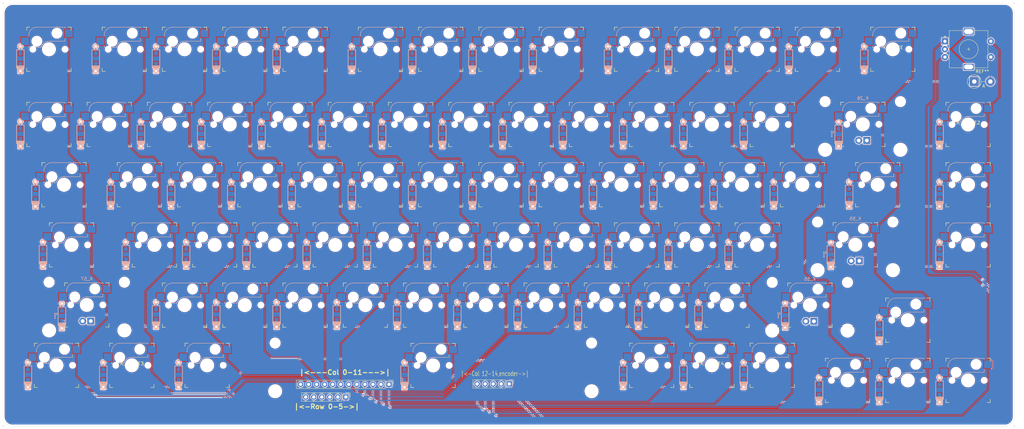
<source format=kicad_pcb>
(kicad_pcb (version 20221018) (generator pcbnew)
  (layers (0 "F.Cu" signal) (31 "B.Cu" signal) (34 "B.Paste" user) (35 "F.Paste" user) (36 "B.SilkS" user "B.Silkscreen") (37 "F.SilkS" user "F.Silkscreen") (38 "B.Mask" user) (39 "F.Mask" user) (44 "Edge.Cuts" user))
  (net 0 "")
  (footprint "MX_ALPS_Hybrid:hotswap with diode" (layer "F.Cu") (at 216.57 238.97)
    (fp_text reference "K_59")
    (fp_text value "KEYSW")
  )
  (footprint "MX_ALPS_Hybrid:hotswap with diode" (layer "F.Cu") (at 197.52 158.0075)
    (fp_text reference "K_2")
    (fp_text value "KEYSW")
  )
  (footprint "keyboard_parts:nothing" (layer "F.Cu") (at 259.9325 182.32 90)
    (fp_text reference "D_18" hide)
    (fp_text value "D")
  )
  (footprint "MX_ALPS_Hybrid:hotswap with diode" (layer "F.Cu") (at 235.62 238.97)
    (fp_text reference "K_60")
    (fp_text value "KEYSW")
  )
  (footprint "keyboard_parts:nothing" (layer "F.Cu") (at 164.6825 158.5075 90)
    (fp_text reference "D_0" hide)
    (fp_text value "D")
  )
  (footprint "keyboard_parts:nothing" (layer "F.Cu") (at 378.995 239.47 90)
    (fp_text reference "D_67" hide)
    (fp_text value "D")
  )
  (footprint "keyboard_parts:nothing" (layer "F.Cu") (at 431.3825 158.5075 90)
    (fp_text reference "D_SPACE" hide)
    (fp_text value "D")
  )
  (footprint "keyboard_parts:nothing" (layer "F.Cu") (at 355.1825 258.52 90)
    (fp_text reference "D_75" hide)
    (fp_text value "D")
  )
  (footprint "keyboard_parts:nothing" (layer "F.Cu") (at 307.5575 158.5075 90)
    (fp_text reference "D_7" hide)
    (fp_text value "D")
  )
  (footprint "MX_ALPS_Hybrid:hotswap with diode" (layer "F.Cu") (at 345.1575 258.02)
    (fp_text reference "K_75")
    (fp_text value "KEYSW")
  )
  (footprint "keyboard_parts:nothing" (layer "F.Cu") (at 431.3825 220.42 90)
    (fp_text reference "D_55" hide)
    (fp_text value "D")
  )
  (footprint "keyboard_parts:nothing" (layer "F.Cu") (at 407.57 158.5075 90)
    (fp_text reference "D_12" hide)
    (fp_text value "D")
  )
  (footprint "MX_ALPS_Hybrid:hotswap with diode" (layer "F.Cu") (at 359.445 158.0075)
    (fp_text reference "K_10")
    (fp_text value "KEYSW")
  )
  (footprint "MX_ALPS_Hybrid:hotswap with diode" (layer "F.Cu") (at 316.5825 200.87)
    (fp_text reference "K_36")
    (fp_text value "KEYSW")
  )
  (footprint "keyboard_parts:nothing" (layer "F.Cu") (at 312.32 220.42 90)
    (fp_text reference "D_50" hide)
    (fp_text value "D")
  )
  (footprint "keyboard_parts:nothing" (layer "F.Cu") (at 188.495 158.5075 90)
    (fp_text reference "D_1" hide)
    (fp_text value "D")
  )
  (footprint "keyboard_parts:nothing" (layer "F.Cu") (at 317.0825 182.32 90)
    (fp_text reference "D_21" hide)
    (fp_text value "D")
  )
  (footprint "keyboard_parts:nothing" (layer "F.Cu") (at 278.9825 182.32 90)
    (fp_text reference "D_19" hide)
    (fp_text value "D")
  )
  (footprint "MX_ALPS_Hybrid:hotswap with diode" (layer "F.Cu") (at 445.17 219.92)
    (fp_text reference "K_56")
    (fp_text value "KEYSW")
  )
  (footprint "keyboard_parts:nothing" (layer "F.Cu") (at 217.07 220.42 90)
    (fp_text reference "D_45" hide)
    (fp_text value "D")
  )
  (footprint "MX_ALPS_Hybrid:hotswap with diode" (layer "F.Cu") (at 383.2575 181.82)
    (fp_text reference "K_25")
    (fp_text value "KEYSW")
  )
  (footprint "keyboard_parts:nothing" (layer "F.Cu") (at 369.47 220.42 90)
    (fp_text reference "D_53" hide)
    (fp_text value "D")
  )
  (footprint "keyboard_parts:nothing" (layer "F.Cu") (at 455.195 182.32 90)
    (fp_text reference "D_SPACE2" hide)
    (fp_text value "D")
  )
  (footprint "keyboard_parts:nothing" (layer "F.Cu") (at 331.37 220.42 90)
    (fp_text reference "D_51" hide)
    (fp_text value "D")
  )
  (footprint "MX_ALPS_Hybrid:hotswap with diode" (layer "F.Cu") (at 349.92 238.97)
    (fp_text reference "K_66")
    (fp_text value "KEYSW")
  )
  (footprint "Connector_PinHeader_2.54mm:PinHeader_1x12_P2.54mm_Vertical" (layer "F.Cu") (at 262.08 264.1 -90)
    (fp_text reference "REF**" hide)
    (fp_text value "PinHeader_1x12_P2.54mm_Vertical" hide)
  )
  (footprint "keyboard_parts:nothing" (layer "F.Cu") (at 250.4075 201.37 90)
    (fp_text reference "D_32" hide)
    (fp_text value "D")
  )
  (footprint "MX_ALPS_Hybrid:hotswap with diode" (layer "F.Cu") (at 368.97 238.97)
    (fp_text reference "K_67")
    (fp_text value "KEYSW")
  )
  (footprint "keyboard_parts:nothing" (layer "F.Cu") (at 293.27 220.42 90)
    (fp_text reference "D_49" hide)
    (fp_text value "D")
  )
  (footprint "MX_ALPS_Hybrid:hotswap with diode" (layer "F.Cu") (at 183.2325 200.87)
    (fp_text reference "K_29")
    (fp_text value "KEYSW")
  )
  (footprint "keyboard_parts:nothing" (layer "F.Cu") (at 202.7825 182.32 90)
    (fp_text reference "D_15" hide)
    (fp_text value "D")
  )
  (footprint "keyboard_parts:nothing" (layer "F.Cu") (at 326.6075 201.37 90)
    (fp_text reference "D_36" hide)
    (fp_text value "D")
  )
  (footprint "MX_ALPS_Hybrid:hotswap with diode" (layer "F.Cu") (at 416.595 200.87)
    (fp_text reference "K_41")
    (fp_text value "KEYSW")
  )
  (footprint "keyboard_parts:nothing" (layer "F.Cu") (at 340.895 239.47 90)
    (fp_text reference "D_65" hide)
    (fp_text value "D")
  )
  (footprint "keyboard_parts:nothing" (layer "F.Cu") (at 355.1825 182.32 90)
    (fp_text reference "D_23" hide)
    (fp_text value "D")
  )
  (footprint "keyboard_parts:nothing" (layer "F.Cu") (at 307.5575 201.37 90)
    (fp_text reference "D_35" hide)
    (fp_text value "D")
  )
  (footprint "MX_ALPS_Hybrid:hotswap with diode" (layer "F.Cu") (at 161.80125 219.92)
    (fp_text reference "K_43")
    (fp_text value "KEYSW")
  )
  (footprint "MX_ALPS_Hybrid:hotswap with diode" (layer "F.Cu") (at 330.87 238.97)
    (fp_text reference "K_65")
    (fp_text value "KEYSW")
  )
  (footprint "MX_ALPS_Hybrid:hotswap with diode" (layer "F.Cu") (at 340.395 219.92)
    (fp_text reference "K_52")
    (fp_text value "KEYSW")
  )
  (footprint "keyboard_parts:nothing" (layer "F.Cu") (at 345.6575 201.37 90)
    (fp_text reference "D_37" hide)
    (fp_text value "D")
  )
  (footprint "keyboard_parts:nothing" (layer "F.Cu") (at 269.4575 201.37 90)
    (fp_text reference "D_33" hide)
    (fp_text value "D")
  )
  (footprint "keyboard_parts:nothing" (layer "F.Cu") (at 236.12 220.42 90)
    (fp_text reference "D_46" hide)
    (fp_text value "D")
  )
  (footprint "MX_ALPS_Hybrid:hotswap with diode" (layer "F.Cu") (at 273.72 238.97)
    (fp_text reference "K_62")
    (fp_text value "KEYSW")
  )
  (footprint "MX_ALPS_Hybrid:hotswap with diode" (layer "F.Cu") (at 254.67 238.97)
    (fp_text reference "K_61")
    (fp_text value "KEYSW")
  )
  (footprint "MX_ALPS_Hybrid:hotswap with diode" (layer "F.Cu") (at 340.395 158.0075)
    (fp_text reference "K_9")
    (fp_text value "KEYSW")
  )
  (footprint "keyswitches:Kailh_socket_MX_led stab" (layer "F.Cu") (at 395.1103 239.0282)
    (fp_text reference "K_55")
    (fp_text value "KEYSW")
  )
  (footprint "keyboard_parts:nothing" (layer "F.Cu") (at 359.945 239.47 90)
    (fp_text reference "D_66" hide)
    (fp_text value "D")
  )
  (footprint "keyboard_parts:nothing" (layer "F.Cu") (at 212.3075 201.37 90)
    (fp_text reference "D_30" hide)
    (fp_text value "D")
  )
  (footprint "MX_ALPS_Hybrid:hotswap with diode" (layer "F.Cu") (at 407.07 262.7825)
    (fp_text reference "K_77")
    (fp_text value "KEYSW")
  )
  (footprint "keyboard_parts:nothing" (layer "F.Cu") (at 198.02 220.42 90)
    (fp_text reference "D_44" hide)
    (fp_text value "D")
  )
  (footprint "MX_ALPS_Hybrid:hotswap with diode" (layer "F.Cu") (at 192.7575 181.82)
    (fp_text reference "K_15")
    (fp_text value "KEYSW")
  )
  (footprint "MX_ALPS_Hybrid:hotswap with diode" (layer "F.Cu") (at 326.1075 181.82)
    (fp_text reference "K_22")
    (fp_text value "KEYSW")
  )
  (footprint "keyboard_parts:nothing" (layer "F.Cu") (at 326.6075 158.5075 90)
    (fp_text reference "D_8" hide)
    (fp_text value "D")
  )
  (footprint "MX_ALPS_Hybrid:hotswap with diode" (layer "F.Cu") (at 292.77 238.97)
    (fp_text reference "K_63")
    (fp_text value "KEYSW")
  )
  (footprint "MX_ALPS_Hybrid:hotswap with diode" (layer "F.Cu") (at 335.6325 200.87)
    (fp_text reference "K_37")
    (fp_text value "KEYSW")
  )
  (footprint "keyboard_parts:nothing" (layer "F.Cu") (at 226.595 239.47 90)
    (fp_text reference "D_59" hide)
    (fp_text value "D")
  )
  (footprint "keyboard_parts:nothing" (layer "F.Cu") (at 393.2825 258.52 90)
    (fp_text reference "D_76" hide)
    (fp_text value "D")
  )
  (footprint "keyboard_parts:nothing" (layer "F.Cu") (at 217.07 258.52 90)
    (fp_text reference "D_73" hide)
    (fp_text value "D")
  )
  (footprint "MX_ALPS_Hybrid:hotswap with diode" (layer "F.Cu") (at 268.9575 181.82)
    (fp_text reference "K_19")
    (fp_text value "KEYSW")
  )
  (footprint "keyboard_parts:nothing" (layer "F.Cu") (at 183.7325 182.32 90)
    (fp_text reference "D_14" hide)
    (fp_text value "D")
  )
  (footprint "MX_ALPS_Hybrid:hotswap with diode" (layer "F.Cu") (at 378.495 158.0075)
    (fp_text reference "K_11")
    (fp_text value "KEYSW")
  )
  (footprint "MX_ALPS_Hybrid:hotswap with diode" (layer "F.Cu") (at 383.2575 258.02)
    (fp_text reference "K_76")
    (fp_text value "KEYSW")
  )
  (footprint "keyboard_parts:nothing" (layer "F.Cu") (at 350.42 158.5075 90)
    (fp_text reference "D_9" hide)
    (fp_text value "D")
  )
  (footprint "keyboard_parts:nothing" (layer "F.Cu") (at 269.4575 158.5075 90)
    (fp_text reference "D_5" hide)
    (fp_text value "D")
  )
  (footprint "keyboard_parts:nothing" (layer "F.Cu") (at 288.5075 201.37 90)
    (fp_text reference "D_34" hide)
    (fp_text value "D")
  )
  (footprint "MX_ALPS_Hybrid:hotswap with diode" (layer "F.Cu") (at 211.8075 181.82)
    (fp_text reference "K_16")
    (fp_text value "KEYSW")
  )
  (footprint "MX_ALPS_Hybrid:hotswap with diode" (layer "F.Cu") (at 202.2825 200.87)
    (fp_text reference "K_30")
    (fp_text value "KEYSW")
  )
  (footprint "keyboard_parts:nothing" (layer "F.Cu") (at 412.3325 239.47 90)
    (fp_text reference "D_68" hide)
    (fp_text value "D")
  )
  (footprint "keyboard_parts:nothing" (layer "F.Cu") (at 245.645 239.47 90)
    (fp_text reference "D_60" hide)
    (fp_text value "D")
  )
  (footprint "MX_ALPS_Hybrid:hotswap with diode" (layer "F.Cu") (at 373.7325 200.87)
    (fp_text reference "K_39")
    (fp_text value "KEYSW")
  )
  (footprint "MX_ALPS_Hybrid:hotswap with diode" (layer "F.Cu") (at 426.12 262.7825)
    (fp_text reference "K_78")
    (fp_text value "KEYSW")
  )
  (footprint "keyboard_parts:nothing" (layer "F.Cu") (at 169.445 258.52 90)
    (fp_text reference "D_71" hide)
    (fp_text value "D")
  )
  (footprint "MX_ALPS_Hybrid:hotswap with diode" (layer "F.Cu") (at 311.82 238.97)
    (fp_text reference "K_64")
    (fp_text value "KEYSW")
  )
  (footprint "keyboard_parts:nothing" (layer "F.Cu") (at 288.5075 158.5075 90)
    (fp_text reference "D_6" hide)
    (fp_text value "D")
  )
  (footprint "MX_ALPS_Hybrid:hotswap with diode" (layer "F.Cu") (at 445.17 262.7825)
    (fp_text reference "K_79")
    (fp_text value "KEYSW")
  )
  (footprint "MX_ALPS_Hybrid:hotswap with diode" (layer "F.Cu") (at 235.62 158.0075)
    (fp_text reference "K_4")
    (fp_text value "KEYSW")
  )
  (footprint "keyboard_parts:nothing" (layer "F.Cu") (at 178.97 220.42 90)
    (fp_text reference "D_43" hide)
    (fp_text value "D")
  )
  (footprint "keyboard_parts:nothing" (layer "F.Cu") (at 350.42 220.42 90)
    (fp_text reference "D_52" hide)
    (fp_text value "D")
  )
  (footprint "keyboard_parts:nothing" (layer "F.Cu") (at 264.695 239.47 90)
    (fp_text reference "D_61" hide)
    (fp_text value "D")
  )
  (footprint "keyboard_parts:nothing" (layer "F.Cu") (at 174.2075 201.37 90)
    (fp_text reference "D_28" hide)
    (fp_text value "D")
  )
  (footprint "keyboard_parts:nothing" (layer "F.Cu") (at 298.0325 182.32 90)
    (fp_text reference "D_20" hide)
    (fp_text value "D")
  )
  (footprint "keyboard_parts:nothing" (layer "F.Cu") (at 431.3825 201.37 90)
    (fp_text reference "D_41" hide)
    (fp_text value "D")
  )
  (footprint "keyboard_parts:nothing" (layer "F.Cu") (at 336.1325 182.32 90)
    (fp_text reference "D_22" hide)
    (fp_text value "D")
  )
  (footprint "keyboard_parts:nothing" (layer "F.Cu") (at 274.22 220.42 90)
    (fp_text reference "D_48" hide)
    (fp_text value "D")
  )
  (footprint "marbastlib-mx:STAB_MX_6.25u" (layer "F.Cu") (at 276.10125 258.02)
    (fp_text reference "K_74" hide)
    (fp_text value "KEYSW")
  )
  (footprint "MX_ALPS_Hybrid:hotswap with diode" (layer "F.Cu") (at 154.6575 181.82)
    (fp_text reference "K_13")
    (fp_text value "KEYSW")
  )
  (footprint "keyboard_parts:nothing" (layer "F.Cu") (at 364.7075 201.37 90)
    (fp_text reference "D_38" hide)
    (fp_text value "D")
  )
  (footprint "MX_ALPS_Hybrid:hotswap with diode" (layer "F.Cu") (at 221.3325 200.87)
    (fp_text reference "K_31")
    (fp_text value "KEYSW")
  )
  (footprint "MX_ALPS_Hybrid:hotswap with diode" (layer "F.Cu") (at 173.7075 181.82)
    (fp_text reference "K_14")
    (fp_text value "KEYSW")
  )
  (footprint "MX_ALPS_Hybrid:hotswap with diode" (layer "F.Cu") (at 359.445 219.92)
    (fp_text reference "K_53")
    (fp_text value "KEYSW")
  )
  (footprint "MX_ALPS_Hybrid:hotswap with diode" (layer "F.Cu") (at 283.245 219.92)
    (fp_text reference "K_49")
    (fp_text value "KEYSW")
  )
  (footprint "keyboard_parts:nothing" (layer "F.Cu") (at 374.2325 182.32 90)
    (fp_text reference "D_24" hide)
    (fp_text value "D")
  )
  (footprint "MX_ALPS_Hybrid:hotswap with diode" (layer "F.Cu") (at 259.4325 158.0075)
    (fp_text reference "K_5")
    (fp_text value "KEYSW")
  )
  (footprint "MX_ALPS_Hybrid:hotswap with diode" (layer "F.Cu") (at 259.4325 200.87)
    (fp_text reference "K_33")
    (fp_text value "KEYSW")
  )
  (footprint "MX_ALPS_Hybrid:hotswap with diode" (layer "F.Cu") (at 249.9075 181.82)
    (fp_text reference "K_18")
    (fp_text value "KEYSW")
  )
  (footprint "keyboard_parts:nothing" (layer "F.Cu") (at 393.2825 182.32 90)
    (fp_text reference "D_25" hide)
    (fp_text value "D")
  )
  (footprint "keyboard_parts:nothing" (layer "F.Cu") (at 193.2575 258.52 90)
    (fp_text reference "D_SPACE3" hide)
    (fp_text value "D")
  )
  (footprint "keyboard_parts:nothing" (layer "F.Cu") (at 188.495 239.47 90)
    (fp_text reference "D_57" hide)
    (fp_text value "D")
  )
  (footprint "MX_ALPS_Hybrid:hotswap with diode" (layer "F.Cu") (at 187.995 219.92)
    (fp_text reference "K_44")
    (fp_text value "KEYSW")
  )
  (footprint "MX_ALPS_Hybrid:hotswap with diode" (layer "F.Cu") (at 180.85125 258.02)
    (fp_text reference "K_SPACE3")
    (fp_text value "KEYSW")
  )
  (footprint "keyboard_parts:nothing" (layer "F.Cu") (at 417.095 263.2825 90)
    (fp_text reference "D_77" hide)
    (fp_text value "D")
  )
  (footprint "MX_ALPS_Hybrid:hotswap with diode" (layer "F.Cu") (at 397.545 158.0075)
    (fp_text reference "K_12")
    (fp_text value "KEYSW")
  )
  (footprint "keyboard_parts:nothing" (layer "F.Cu") (at 388.52 158.5075 90)
    (fp_text reference "D_11" hide)
    (fp_text value "D")
  )
  (footprint "Keebio-Parts:RotaryEncoder_Alps_EC11E-Switch_Vertical_H20mm" (layer "F.Cu") (at 445.28 158.05)
    (fp_text reference "SWR1" hide)
    (fp_text value "Rotary_Encoder_Switch")
  )
  (footprint "keyboard_parts:nothing" (layer "F.Cu") (at 231.3575 201.37 90)
    (fp_text reference "D_31" hide)
    (fp_text value "D")
  )
  (footprint "MX_ALPS_Hybrid:hotswap with diode" (layer "F.Cu") (at 178.47 158.0075)
    (fp_text reference "K_1")
    (fp_text value "KEYSW")
  )
  (footprint "keyboard_parts:nothing" (layer "F.Cu") (at 207.545 158.5075 90)
    (fp_text reference "D_2" hide)
    (fp_text value "D")
  )
  (footprint "keyboard_parts:nothing" (layer "F.Cu") (at 321.845 239.47 90)
    (fp_text reference "D_64" hide)
    (fp_text value "D")
  )
  (footprint "MX_ALPS_Hybrid:hotswap with diode" (layer "F.Cu") (at 226.095 219.92)
    (fp_text reference "K_46")
    (fp_text value "KEYSW")
  )
  (footprint "keyswitches:Kailh_socket_MX_led stab" (layer "F.Cu") (at 166.56375 238.97)
    (fp_text reference "K_57")
    (fp_text value "KEYSW")
  )
  (footprint "MX_ALPS_Hybrid:hotswap with diode" (layer "F.Cu") (at 278.4825 158.0075)
    (fp_text reference "K_6")
    (fp_text value "KEYSW")
  )
  (footprint "keyboard_parts:nothing" (layer "F.Cu") (at 402.8075 201.37 90)
    (fp_text reference "D_40" hide)
    (fp_text value "D")
  )
  (footprint "keyboard_parts:nothing" (layer "F.Cu") (at 455.195 201.37 90)
    (fp_text reference "D_42" hide)
    (fp_text value "D")
  )
  (footprint "keyboard_parts:nothing" (layer "F.Cu") (at 369.47 158.5075 90)
    (fp_text reference "D_10" hide)
    (fp_text value "D")
  )
  (footprint "MX_ALPS_Hybrid:hotswap with diode" (layer "F.Cu") (at 421.3575 158.0075)
    (fp_text reference "K_SPACE")
    (fp_text value "KEYSW")
  )
  (footprint "keyboard_parts:nothing" (layer "F.Cu") (at 221.8325 182.32 90)
    (fp_text reference "D_16" hide)
    (fp_text value "D")
  )
  (footprint "MX_ALPS_Hybrid:hotswap with diode" (layer "F.Cu") (at 216.57 158.0075)
    (fp_text reference "K_3")
    (fp_text value "KEYSW")
  )
  (footprint "keyboard_parts:nothing" (layer "F.Cu") (at 374.2325 258.52 90)
    (fp_text reference "D_SPACE4" hide)
    (fp_text value "D")
  )
  (footprint "MX_ALPS_Hybrid:hotswap with diode" (layer "F.Cu") (at 159.42 200.87)
    (fp_text reference "K_28")
    (fp_text value "KEYSW")
  )
  (footprint "keyboard_parts:nothing" (layer "F.Cu") (at 302.795 239.47 90)
    (fp_text reference "D_63" hide)
    (fp_text value "D")
  )
  (footprint "MX_ALPS_Hybrid:hotswap with diode" (layer "F.Cu") (at 364.2075 258.02)
    (fp_text reference "K_SPACE4")
    (fp_text value "KEYSW")
  )
  (footprint "MX_ALPS_Hybrid:hotswap with diode" (layer "F.Cu") (at 321.345 219.92)
    (fp_text reference "K_51")
    (fp_text value "KEYSW")
  )
  (footprint "keyboard_parts:nothing" (layer "F.Cu") (at 336.1325 258.52 90)
    (fp_text reference "D_74" hide)
    (fp_text value "D")
  )
  (footprint "MX_ALPS_Hybrid:hotswap with diode" (layer "F.Cu") (at 445.17 200.87)
    (fp_text reference "K_42")
    (fp_text value "KEYSW")
  )
  (footprint "keyboard_parts:nothing" (layer "F.Cu") (at 240.8825 182.32 90)
    (fp_text reference "D_17" hide)
    (fp_text value "D")
  )
  (footprint "keyboard_parts:nothing" (layer "F.Cu") (at 164.6825 182.32 90)
    (fp_text reference "D_13" hide)
    (fp_text value "D")
  )
  (footprint "keyboard_parts:nothing" (layer "F.Cu") (at 226.595 158.5075 90)
    (fp_text reference "D_3" hide)
    (fp_text value "D")
  )
  (footprint "MX_ALPS_Hybrid:hotswap with diode" (layer "F.Cu") (at 354.6825 200.87)
    (fp_text reference "K_38")
    (fp_text value "KEYSW")
  )
  (footprint "MX_ALPS_Hybrid:hotswap with diode" (layer "F.Cu") (at 288.0075 181.82)
    (fp_text reference "K_20")
    (fp_text value "KEYSW")
  )
  (footprint "keyboard_parts:nothing" (layer "F.Cu") (at 455.195 220.42 90)
    (fp_text reference "D_56" hide)
    (fp_text value "D")
  )
  (footprint "MX_ALPS_Hybrid:hotswap with diode" (layer "F.Cu") (at 276.07 258.06)
    (fp_text reference "REF**")
    (fp_text value "hotswap with diode")
  )
  (footprint "keyswitches:Kailh_socket_MX_led stab" (layer "F.Cu") (at 411.8325 181.82)
    (fp_text reference "K_26")
    (fp_text value "KEYSW")
  )
  (footprint "MX_ALPS_Hybrid:hotswap with diode" (layer "F.Cu") (at 302.295 219.92)
    (fp_text reference "K_50")
    (fp_text value "KEYSW")
  )
  (footprint "keyboard_parts:nothing" (layer "F.Cu") (at 431.3825 182.32 90)
    (fp_text reference "D_26" hide)
    (fp_text value "D")
  )
  (footprint "MX_ALPS_Hybrid:hotswap with diode" (layer "F.Cu") (at 345.1575 181.82)
    (fp_text reference "K_23")
    (fp_text value "KEYSW")
  )
  (footprint "keyboard_parts:nothing" (layer "F.Cu") (at 193.2575 201.37 90)
    (fp_text reference "D_29" hide)
    (fp_text value "D")
  )
  (footprint "keyboard_parts:nothing" (layer "F.Cu") (at 455.195 263.2825 90)
    (fp_text reference "D_79" hide)
    (fp_text value "D")
  )
  (footprint "MX_ALPS_Hybrid:hotswap with diode" (layer "F.Cu") (at 378.495 219.92)
    (fp_text reference "K_54")
    (fp_text value "KEYSW")
  )
  (footprint "MX_ALPS_Hybrid:hotswap with diode" (layer "F.Cu") (at 364.2075 181.82)
    (fp_text reference "K_24")
    (fp_text value "KEYSW")
  )
  (footprint "Diode_THT:D_5W_P5.08mm_Vertical_AnodeUp" (layer "F.Cu") (at 447.06 168.28)
    (fp_text reference "REF**")
    (fp_text value "D_5W_P5.08mm_Vertical_AnodeUp" hide)
  )
  (footprint "MX_ALPS_Hybrid:hotswap with diode" (layer "F.Cu") (at 297.5325 200.87)
    (fp_text reference "K_35")
    (fp_text value "KEYSW")
  )
  (footprint "MX_ALPS_Hybrid:hotswap with diode" (layer "F.Cu") (at 157.03875 258.02)
    (fp_text reference "K_71")
    (fp_text value "KEYSW")
  )
  (footprint "MX_ALPS_Hybrid:hotswap with diode" (layer "F.Cu") (at 426.12 243.7325)
    (fp_text reference "K_69")
    (fp_text value "KEYSW")
  )
  (footprint "MX_ALPS_Hybrid:hotswap with diode" (layer "F.Cu") (at 204.66375 258.02)
    (fp_text reference "K_73")
    (fp_text value "KEYSW")
  )
  (footprint "MX_ALPS_Hybrid:hotswap with diode" (layer "F.Cu") (at 264.195 219.92)
    (fp_text reference "K_48")
    (fp_text value "KEYSW")
  )
  (footprint "MX_ALPS_Hybrid:hotswap with diode" (layer "F.Cu") (at 307.0575 181.82)
    (fp_text reference "K_21")
    (fp_text value "KEYSW")
  )
  (footprint "keyboard_parts:nothing" (layer "F.Cu") (at 383.7575 201.37 90)
    (fp_text reference "D_39" hide)
    (fp_text value "D")
  )
  (footprint "MX_ALPS_Hybrid:hotswap with diode" (layer "F.Cu") (at 278.4825 200.87)
    (fp_text reference "K_34")
    (fp_text value "KEYSW")
  )
  (footprint "Connector_PinHeader_2.54mm:PinHeader_1x06_P2.54mm_Vertical" (layer "F.Cu") (at 248.45 268.11 -90)
    (fp_text reference "REF**" hide)
    (fp_text value "PinHeader_1x06_P2.54mm_Vertical" hide)
  )
  (footprint "keyboard_parts:nothing" (layer "F.Cu") (at 283.745 239.47 90)
    (fp_text reference "D_62" hide)
    (fp_text value "D")
  )
  (footprint "Connector_PinHeader_2.54mm:PinHeader_1x05_P2.54mm_Vertical" (layer "F.Cu") (at 300.09 263.96 -90)
    (fp_text reference "REF**" hide)
    (fp_text value "PinHeader_1x05_P2.54mm_Vertical" hide)
  )
  (footprint "keyboard_parts:nothing" (layer "F.Cu") (at 436.145 244.2325 90)
    (fp_text reference "D_69" hide)
    (fp_text value "D")
  )
  (footprint "keyboard_parts:nothing" (layer "F.Cu") (at 436.145 263.2825 90)
    (fp_text reference "D_78" hide)
    (fp_text value "D")
  )
  (footprint "MX_ALPS_Hybrid:hotswap with diode" (layer "F.Cu") (at 154.6575 158.0075)
    (fp_text reference "K_0")
    (fp_text value "KEYSW")
  )
  (footprint "MX_ALPS_Hybrid:hotswap with diode" (layer "F.Cu") (at 445.17 181.82)
    (fp_text reference "K_SPACE2")
    (fp_text value "KEYSW")
  )
  (footprint "MX_ALPS_Hybrid:hotswap with diode" (layer "F.Cu") (at 197.52 238.97)
    (fp_text reference "K_58")
    (fp_text value "KEYSW")
  )
  (footprint "MX_ALPS_Hybrid:hotswap with diode" (layer "F.Cu") (at 240.3825 200.87)
    (fp_text reference "K_32")
    (fp_text value "KEYSW")
  )
  (footprint "MX_ALPS_Hybrid:hotswap with diode" (layer "F.Cu") (at 230.8575 181.82)
    (fp_text reference "K_17")
    (fp_text value "KEYSW")
  )
  (footprint "MX_ALPS_Hybrid:hotswap with diode" (layer "F.Cu") (at 297.5325 158.0075)
    (fp_text reference "K_7")
    (fp_text value "KEYSW")
  )
  (footprint "keyboard_parts:nothing" (layer "F.Cu") (at 207.545 239.47 90)
    (fp_text reference "D_58" hide)
    (fp_text value "D")
  )
  (footprint "MX_ALPS_Hybrid:hotswap with diode" (layer "F.Cu") (at 316.5825 158.0075)
    (fp_text reference "K_8")
    (fp_text value "KEYSW")
  )
  (footprint "keyswitches:Kailh_socket_MX_led stab" (layer "F.Cu") (at 409.45125 219.92)
    (fp_text reference "K_55")
    (fp_text value "KEYSW")
  )
  (footprint "keyboard_parts:nothing" (layer "F.Cu") (at 388.52 220.42 90)
    (fp_text reference "D_54" hide)
    (fp_text value "D")
  )
  (footprint "keyboard_parts:nothing" (layer "F.Cu") (at 245.645 158.5075 90)
    (fp_text reference "D_4" hide)
    (fp_text value "D")
  )
  (footprint "keyboard_parts:nothing" (layer "F.Cu") (at 255.17 220.42 90)
    (fp_text reference "D_47" hide)
    (fp_text value "D")
  )
  (footprint "MX_ALPS_Hybrid:hotswap with diode" (layer "F.Cu") (at 207.045 219.92)
    (fp_text reference "K_45")
    (fp_text value "KEYSW")
  )
  (footprint "MX_ALPS_Hybrid:hotswap with diode" (layer "F.Cu") (at 245.145 219.92)
    (fp_text reference "K_47")
    (fp_text value "KEYSW")
  )
  (footprint "MX_ALPS_Hybrid:hotswap with diode" (layer "F.Cu") (at 392.7825 200.87)
    (fp_text reference "K_40")
    (fp_text value "KEYSW")
  )
  (footprint "keyboard_parts:D_SOD123_axial" (layer "B.Cu") (at 387.29 242.26 90)
    (fp_text reference "D**")
    (fp_text value "D" hide)
  )
  (footprint "keyboard_parts:D_SOD123_axial" (layer "B.Cu") (at 404.2 184.87 90)
    (fp_text reference "D**")
    (fp_text value "D" hide)
  )
  (footprint "keyboard_parts:D_SOD123_axial" (layer "B.Cu") (at 158.71 242.42 90)
    (fp_text reference "D**")
    (fp_text value "D" hide)
  )
  (footprint "keyboard_parts:D_SOD123_axial" (layer "B.Cu") (at 401.74 223.03 90)
    (fp_text reference "D**")
    (fp_text value "D" hide)
  )
  (gr_arc (start 459.695 143.4825) (mid 459.695 143.4825) (end 459.695 143.4825) (stroke (width 0.2)) (layer "Edge.Cuts"))
  (gr_line (start 459.695 146.5525) (end 459.695 274.3075) (stroke (width 0.05)) (layer "Edge.Cuts"))
  (gr_arc (start 140.1325 143.4825) (mid 140.1325 143.4825) (end 140.1325 143.4825) (stroke (width 0.2)) (layer "Edge.Cuts"))
  (gr_arc (start 459.695 274.3075) (mid 458.81632 276.42882) (end 456.695 277.3075) (stroke (width 0.05)) (layer "Edge.Cuts"))
  (gr_line (start 456.695 277.3075) (end 143.1325 277.3075) (stroke (width 0.05)) (layer "Edge.Cuts"))
  (gr_arc (start 456.695 143.5525) (mid 458.81632 144.43118) (end 459.695 146.5525) (stroke (width 0.05)) (layer "Edge.Cuts"))
  (gr_arc (start 143.1325 277.3075) (mid 141.01118 276.42882) (end 140.1325 274.3075) (stroke (width 0.05)) (layer "Edge.Cuts"))
  (gr_arc (start 459.695 277.3075) (mid 459.695 277.3075) (end 459.695 277.3075) (stroke (width 0.2)) (layer "Edge.Cuts"))
  (gr_line (start 143.1325 143.5525) (end 456.695 143.5525) (stroke (width 0.05)) (layer "Edge.Cuts"))
  (gr_arc (start 140.1325 146.5525) (mid 141.01118 144.43118) (end 143.1325 143.5525) (stroke (width 0.05)) (layer "Edge.Cuts"))
  (gr_line (start 140.1325 274.3075) (end 140.1325 146.5525) (stroke (width 0.05)) (layer "Edge.Cuts"))
  (gr_arc (start 140.1325 277.3075) (mid 140.1325 277.3075) (end 140.1325 277.3075) (stroke (width 0.2)) (layer "Edge.Cuts"))
  (gr_text "|<---Col 0-11--->|" (at 233.59 261.18) (layer "F.SilkS") (effects (font (size 1.5 1.5) (thickness 0.3) bold) (justify left bottom)))
  (gr_text "|<-Col 12-14,encoder->|" (at 284.72 261.59) (layer "F.SilkS") (effects (font (size 1.5 1) (thickness 0.125)) (justify left bottom)))
  (gr_text "|<-Row 0-5->|" (at 231.92 272.01) (layer "F.SilkS") (effects (font (size 1.5 1.5) (thickness 0.3) bold) (justify left bottom)))
  (segment (start 416.1875 250.6575) (end 417.04 250.6575) (width 0.2) (layer "F.Cu") (net 0))
  (segment (start 181.37 242.11) (end 185.155 245.895) (width 0.2) (layer "F.Cu") (net 0))
  (segment (start 209.52 268.82) (end 212.33 271.63) (width 0.2) (layer "F.Cu") (net 0))
  (segment (start 238.29 268.11) (end 236.03 270.37) (width 0.2) (layer "F.Cu") (net 0))
  (segment (start 144.07 249.44) (end 144.07 266.95) (width 0.2) (layer "F.Cu") (net 0))
  (segment (start 144.95 246.5) (end 142.79 248.66) (width 0.2) (layer "F.Cu") (net 0))
  (segment (start 325.62 256.47) (end 287.42 256.47) (width 0.2) (layer "F.Cu") (net 0))
  (segment (start 452.14 160.69) (end 452.28 160.55) (width 0.2) (layer "F.Cu") (net 0))
  (segment (start 210.63 266.97) (end 146.04 266.97) (width 0.2) (layer "F.Cu") (net 0))
  (segment (start 210.765 264.945) (end 195.58375 264.945) (width 0.2) (layer "F.Cu") (net 0))
  (segment (start 452.752572 272.147428) (end 449.89 275.01) (width 0.2) (layer "F.Cu") (net 0))
  (segment (start 395.88 223.02) (end 392.055 226.845) (width 0.2) (layer "F.Cu") (net 0))
  (segment (start 251.92 266.68) (end 252.66 267.42) (width 0.2) (layer "F.Cu") (net 0))
  (segment (start 145.35 270.53) (end 209.66 270.53) (width 0.2) (layer "F.Cu") (net 0))
  (segment (start 145.5775 177.1025) (end 142.87 179.81) (width 0.2) (layer "F.Cu") (net 0))
  (segment (start 447.06 168.28) (end 415.625 168.28) (width 0.2) (layer "F.Cu") (net 0))
  (segment (start 211.81 272.68) (end 245.41 272.68) (width 0.2) (layer "F.Cu") (net 0))
  (segment (start 144.76 266.53) (end 146.1 267.87) (width 0.2) (layer "F.Cu") (net 0))
  (segment (start 161.54 242.11) (end 181.37 242.11) (width 0.2) (layer "F.Cu") (net 0))
  (segment (start 143.46 249.13) (end 143.46 267.39) (width 0.2) (layer "F.Cu") (net 0))
  (segment (start 266.99 263.26) (end 259.8 256.07) (width 0.2) (layer "F.Cu") (net 0))
  (segment (start 212.04 272.18) (end 241.84 272.18) (width 0.2) (layer "F.Cu") (net 0))
  (segment (start 257 268.57) (end 258.02 269.59) (width 0.2) (layer "F.Cu") (net 0))
  (segment (start 297.56 263.9) (end 309.29 275.63) (width 0.2) (layer "F.Cu") (net 0))
  (segment (start 449.734664 232.69952) (end 452.752572 235.717428) (width 0.2) (layer "F.Cu") (net 0))
  (segment (start 237.79 271.15) (end 240.83 268.11) (width 0.2) (layer "F.Cu") (net 0))
  (segment (start 256.09 268.56) (end 254.46 266.93) (width 0.2) (layer "F.Cu") (net 0))
  (segment (start 209.66 270.53) (end 211.81 272.68) (width 0.2) (layer "F.Cu") (net 0))
  (segment (start 214.32 268.56) (end 223.71 268.56) (width 0.2) (layer "F.Cu") (net 0))
  (segment (start 210.02 267.87) (end 213.3 271.15) (width 0.2) (layer "F.Cu") (net 0))
  (segment (start 450.73 275.63) (end 453.53 272.83) (width 0.2) (layer "F.Cu") (net 0))
  (segment (start 145.3 266.23) (end 145.3 250.75) (width 0.2) (layer "F.Cu") (net 0))
  (segment (start 404.56 223.02) (end 395.88 223.02) (width 0.2) (layer "F.Cu") (net 0))
  (segment (start 260.36 270.37) (end 259.54 269.55) (width 0.2) (layer "F.Cu") (net 0))
  (segment (start 374.1775 264.945) (end 336.0775 264.945) (width 0.2) (layer "F.Cu") (net 0))
  (segment (start 145.3 250.75) (end 153.94 242.11) (width 0.2) (layer "F.Cu") (net 0))
  (segment (start 309.29 275.63) (end 450.73 275.63) (width 0.2) (layer "F.Cu") (net 0))
  (segment (start 252.66 267.42) (end 253.91 267.42) (width 0.2) (layer "F.Cu") (net 0))
  (segment (start 144.07 266.95) (end 145.94 268.82) (width 0.2) (layer "F.Cu") (net 0))
  (segment (start 436.09 226.845) (end 426.875 226.845) (width 0.2) (layer "F.Cu") (net 0))
  (segment (start 453.53 272.83) (end 453.53 234.83) (width 0.2) (layer "F.Cu") (net 0))
  (segment (start 151.43 243.41) (end 144.76 250.08) (width 0.2) (layer "F.Cu") (net 0))
  (segment (start 287.42 256.47) (end 278.905 264.985) (width 0.2) (layer "F.Cu") (net 0))
  (segment (start 334.095 264.945) (end 325.62 256.47) (width 0.2) (layer "F.Cu") (net 0))
  (segment (start 407.58 185.23) (end 399.3 185.23) (width 0.2) (layer "F.Cu") (net 0))
  (segment (start 188.44 245.895) (end 386.08375 245.895) (width 0.2) (layer "F.Cu") (net 0))
  (segment (start 209.38 269.52) (end 212.04 272.18) (width 0.2) (layer "F.Cu") (net 0))
  (segment (start 251.92 264.1) (end 251.92 266.68) (width 0.2) (layer "F.Cu") (net 0))
  (segment (start 142.87 190.52) (end 144.95 192.6) (width 0.2) (layer "F.Cu") (net 0))
  (segment (start 336.0775 264.945) (end 334.095 264.945) (width 0.2) (layer "F.Cu") (net 0))
  (segment (start 151.43 228.13) (end 151.43 243.41) (width 0.2) (layer "F.Cu") (net 0))
  (segment (start 449.68 230.98) (end 449.68 230.95) (width 0.2) (layer "F.Cu") (net 0))
  (segment (start 386.08375 245.895) (end 411.425 245.895) (width 0.2) (layer "F.Cu") (net 0))
  (segment (start 415.625 168.28) (end 412.2775 164.9325) (width 0.2) (layer "F.Cu") (net 0))
  (segment (start 146.04 266.97) (end 145.3 266.23) (width 0.2) (layer "F.Cu") (net 0))
  (segment (start 248.45 269.64) (end 248.45 268.11) (width 0.2) (layer "F.Cu") (net 0))
  (segment (start 423.05 223.02) (end 404.56 223.02) (width 0.2) (layer "F.Cu") (net 0))
  (segment (start 259.8 256.07) (end 219.64 256.07) (width 0.2) (layer "F.Cu") (net 0))
  (segment (start 278.905 264.985) (end 266.99 264.985) (width 0.2) (layer "F.Cu") (net 0))
  (segment (start 212.33 271.63) (end 239.85 271.63) (width 0.2) (layer "F.Cu") (net 0))
  (segment (start 153.94 242.11) (end 161.54 242.11) (width 0.2) (layer "F.Cu") (net 0))
  (segment (start 142.78 267.96) (end 145.35 270.53) (width 0.2) (layer "F.Cu") (net 0))
  (segment (start 395.785 188.745) (end 374.1775 188.745) (width 0.2) (layer "F.Cu") (net 0))
  (segment (start 311.21 275.01) (end 300.1 263.9) (width 0.2) (layer "F.Cu") (net 0))
  (segment (start 144.76 250.08) (end 144.76 266.53) (width 0.2) (layer "F.Cu") (net 0))
  (segment (start 144.95 192.6) (end 144.95 246.5) (width 0.2) (layer "F.Cu") (net 0))
  (segment (start 254.46 266.93) (end 254.46 264.1) (width 0.2) (layer "F.Cu") (net 0))
  (segment (start 145.94 268.82) (end 209.52 268.82) (width 0.2) (layer "F.Cu") (net 0))
  (segment (start 146.1 267.87) (end 210.02 267.87) (width 0.2) (layer "F.Cu") (net 0))
  (segment (start 161.54 242.11) (end 158.71 244.94) (width 0.2) (layer "F.Cu") (net 0))
  (segment (start 150.34 207.795) (end 436.09 207.795) (width 0.2) (layer "F.Cu") (net 0))
  (segment (start 145.5775 164.9325) (end 145.5775 177.1025) (width 0.2) (layer "F.Cu") (net 0))
  (segment (start 259.54 269.55) (end 259.54 264.1) (width 0.2) (layer "F.Cu") (net 0))
  (segment (start 241.84 272.18) (end 245.91 268.11) (width 0.2) (layer "F.Cu") (net 0))
  (segment (start 239.85 271.63) (end 243.37 268.11) (width 0.2) (layer "F.Cu") (net 0))
  (segment (start 262.4 271.33) (end 262.08 271.01) (width 0.2) (layer "F.Cu") (net 0))
  (segment (start 142.78 265.21) (end 142.78 267.96) (width 0.2) (layer "F.Cu") (net 0))
  (segment (start 236.03 270.37) (end 214.03 270.37) (width 0.2) (layer "F.Cu") (net 0))
  (segment (start 407.58 185.39) (end 404.2 188.77) (width 0.2) (layer "F.Cu") (net 0))
  (segment (start 231.53 269.27) (end 232.69 268.11) (width 0.2) (layer "F.Cu") (net 0))
  (segment (start 232.69 268.11) (end 235.75 268.11) (width 0.2) (layer "F.Cu") (net 0))
  (segment (start 210.705 264.945) (end 214.32 268.56) (width 0.2) (layer "F.Cu") (net 0))
  (segment (start 262.08 271.01) (end 262.08 264.1) (width 0.2) (layer "F.Cu") (net 0))
  (segment (start 425.26 185.23) (end 407.58 185.23) (width 0.2) (layer "F.Cu") (net 0))
  (segment (start 142.79 248.66) (end 142.79 265.2) (width 0.2) (layer "F.Cu") (net 0))
  (segment (start 213.3 271.15) (end 237.79 271.15) (width 0.2) (layer "F.Cu") (net 0))
  (segment (start 143.46 267.39) (end 145.59 269.52) (width 0.2) (layer "F.Cu") (net 0))
  (segment (start 436.09 269.7075) (end 397.99 269.7075) (width 0.2) (layer "F.Cu") (net 0))
  (segment (start 407.58 185.23) (end 407.58 185.39) (width 0.2) (layer "F.Cu") (net 0))
  (segment (start 245.41 272.68) (end 248.45 269.64) (width 0.2) (layer "F.Cu") (net 0))
  (segment (start 145.5775 247.0125) (end 143.46 249.13) (width 0.2) (layer "F.Cu") (net 0))
  (segment (start 219.64 256.07) (end 210.765 264.945) (width 0.2) (layer "F.Cu") (net 0))
  (segment (start 145.59 269.52) (end 209.38 269.52) (width 0.2) (layer "F.Cu") (net 0))
  (segment (start 195.58375 264.945) (end 210.705 264.945) (width 0.2) (layer "F.Cu") (net 0))
  (segment (start 289.94 263.9) (end 289.94 270.23) (width 0.2) (layer "F.Cu") (net 0))
  (segment (start 426.875 226.845) (end 423.05 223.02) (width 0.2) (layer "F.Cu") (net 0))
  (segment (start 436.09 188.745) (end 428.775 188.745) (width 0.2) (layer "F.Cu") (net 0))
  (segment (start 292.48 271.47) (end 292.48 263.9) (width 0.2) (layer "F.Cu") (net 0))
  (segment (start 145.5775 164.9325) (end 412.2775 164.9325) (width 0.2) (layer "F.Cu") (net 0))
  (segment (start 295.9 273.96) (end 295.02 273.08) (width 0.2) (layer "F.Cu") (net 0))
  (segment (start 158.71 244.94) (end 158.71 246.32) (width 0.2) (layer "F.Cu") (net 0))
  (segment (start 399.3 185.23) (end 395.785 188.745) (width 0.2) (layer "F.Cu") (net 0))
  (segment (start 378.94 269.7075) (end 374.1775 264.945) (width 0.2) (layer "F.Cu") (net 0))
  (segment (start 150.34 243.17) (end 144.07 249.44) (width 0.2) (layer "F.Cu") (net 0))
  (segment (start 452.752572 235.717428) (end 452.752572 272.147428) (width 0.2) (layer "F.Cu") (net 0))
  (segment (start 142.79 265.2) (end 142.78 265.21) (width 0.2) (layer "F.Cu") (net 0))
  (segment (start 145.5775 188.745) (end 145.5775 247.0125) (width 0.2) (layer "F.Cu") (net 0))
  (segment (start 224.42 269.27) (end 231.53 269.27) (width 0.2) (layer "F.Cu") (net 0))
  (segment (start 152.72125 226.845) (end 152.715 226.845) (width 0.2) (layer "F.Cu") (net 0))
  (segment (start 195.58375 264.945) (end 147.95875 264.945) (width 0.2) (layer "F.Cu") (net 0))
  (segment (start 295.02 273.08) (end 295.02 263.9) (width 0.2) (layer "F.Cu") (net 0))
  (segment (start 185.155 245.895) (end 188.44 245.895) (width 0.2) (layer "F.Cu") (net 0))
  (segment (start 374.1775 188.745) (end 145.5775 188.745) (width 0.2) (layer "F.Cu") (net 0))
  (segment (start 369.415 226.845) (end 152.72125 226.845) (width 0.2) (layer "F.Cu") (net 0))
  (segment (start 404.56 223.02) (end 401.74 225.84) (width 0.2) (layer "F.Cu") (net 0))
  (segment (start 411.425 245.895) (end 416.1875 250.6575) (width 0.2) (layer "F.Cu") (net 0))
  (segment (start 452.14 168.28) (end 452.14 160.69) (width 0.2) (layer "F.Cu") (net 0))
  (segment (start 428.775 188.745) (end 425.26 185.23) (width 0.2) (layer "F.Cu") (net 0))
  (segment (start 223.71 268.56) (end 224.42 269.27) (width 0.2) (layer "F.Cu") (net 0))
  (segment (start 453.53 234.83) (end 449.68 230.98) (width 0.2) (layer "F.Cu") (net 0))
  (segment (start 397.99 269.7075) (end 378.94 269.7075) (width 0.2) (layer "F.Cu") (net 0))
  (segment (start 293.82 272.81) (end 292.48 271.47) (width 0.2) (layer "F.Cu") (net 0))
  (segment (start 142.87 179.81) (end 142.87 190.52) (width 0.2) (layer "F.Cu") (net 0))
  (segment (start 257 264.1) (end 257 268.57) (width 0.2) (layer "F.Cu") (net 0))
  (segment (start 150.34 207.795) (end 150.34 243.17) (width 0.2) (layer "F.Cu") (net 0))
  (segment (start 266.99 264.985) (end 266.99 263.26) (width 0.2) (layer "F.Cu") (net 0))
  (segment (start 152.715 226.845) (end 151.43 228.13) (width 0.2) (layer "F.Cu") (net 0))
  (segment (start 449.89 275.01) (end 311.21 275.01) (width 0.2) (layer "F.Cu") (net 0))
  (segment (start 289.94 270.23) (end 291.82 272.11) (width 0.2) (layer "F.Cu") (net 0))
  (segment (start 401.74 225.84) (end 401.74 226.93) (width 0.2) (layer "F.Cu") (net 0))
  (segment (start 392.055 226.845) (end 369.415 226.845) (width 0.2) (layer "F.Cu") (net 0))
  (segment (start 214.03 270.37) (end 210.63 266.97) (width 0.2) (layer "F.Cu") (net 0))
  (via (at 449.68 230.95) (size 0.6) (drill 0.3) (layers "F.Cu" "B.Cu") (net 0))
  (via (at 262.4 271.33) (size 0.6) (drill 0.3) (layers "F.Cu" "B.Cu") (net 0))
  (via (at 260.36 270.37) (size 0.6) (drill 0.3) (layers "F.Cu" "B.Cu") (net 0))
  (via (at 258.02 269.59) (size 0.6) (drill 0.3) (layers "F.Cu" "B.Cu") (net 0))
  (via (at 291.82 272.11) (size 0.6) (drill 0.3) (layers "F.Cu" "B.Cu") (net 0))
  (via (at 449.734664 232.69952) (size 0.6) (drill 0.3) (layers "F.Cu" "B.Cu") (net 0))
  (via (at 253.91 267.42) (size 0.6) (drill 0.3) (layers "F.Cu" "B.Cu") (net 0))
  (via (at 295.9 273.96) (size 0.6) (drill 0.3) (layers "F.Cu" "B.Cu") (net 0))
  (via (at 256.09 268.56) (size 0.6) (drill 0.3) (layers "F.Cu" "B.Cu") (net 0))
  (via (at 293.82 272.81) (size 0.6) (drill 0.3) (layers "F.Cu" "B.Cu") (net 0))
  (segment (start 189.4625 194.0125) (end 189.4625 195.85) (width 0.2) (layer "B.Cu") (net 0))
  (segment (start 234.75 262.17) (end 236.68 264.1) (width 0.2) (layer "B.Cu") (net 0))
  (segment (start 365.675 214.9) (end 365.675 224.425) (width 0.2) (layer "B.Cu") (net 0))
  (segment (start 303.7625 152.9875) (end 303.7625 167.275) (width 0.2) (layer "B.Cu") (net 0))
  (segment (start 437.78 158.05) (end 439.68 158.05) (width 0) (layer "B.Cu") (net 0))
  (segment (start 303.7625 194.0725) (end 303.7625 195.85) (width 0.2) (layer "B.Cu") (net 0))
  (segment (start 400.31 231.01) (end 401.39375 232.09375) (width 0.2) (layer "B.Cu") (net 0))
  (segment (start 303.7625 167.275) (end 294.2375 176.8) (width 0.2) (layer "B.Cu") (net 0))
  (segment (start 282.3 263.37) (end 279.22 266.45) (width 0.2) (layer "B.Cu") (net 0))
  (segment (start 437.16 155.55) (end 437.78 155.55) (width 0.2) (layer "B.Cu") (net 0))
  (segment (start 430.66 234.87) (end 432.35 236.56) (width 0.2) (layer "B.Cu") (net 0))
  (segment (start 215.93 261.26) (end 210.89375 256.22375) (width 0.2) (layer "B.Cu") (net 0))
  (segment (start 370.4375 253) (end 370.4375 264.8525) (width 0.2) (layer "B.Cu") (net 0))
  (segment (start 227.5625 210.1375) (end 232.325 214.9) (width 0.2) (layer "B.Cu") (net 0))
  (segment (start 430.89 272.75) (end 293.88 272.75) (width 0.2) (layer "B.Cu") (net 0))
  (segment (start 160.8875 176.8) (end 160.8875 191.0875) (width 0.2) (layer "B.Cu") (net 0))
  (segment (start 160.8875 191.0875) (end 165.65 195.85) (width 0.2) (layer "B.Cu") (net 0))
  (segment (start 284.7125 210.1375) (end 289.475 214.9) (width 0.2) (layer "B.Cu") (net 0))
  (segment (start 163.26875 261.39875) (end 169.94 268.07) (width 0.2) (layer "B.Cu") (net 0))
  (segment (start 341.8625 210.1375) (end 346.625 214.9) (width 0.2) (layer "B.Cu") (net 0))
  (segment (start 258.42 191.99) (end 264.46 191.99) (width 0.2) (layer "B.Cu") (net 0))
  (segment (start 184.7 152.9875) (end 184.7 172.0375) (width 0.2) (layer "B.Cu") (net 0))
  (segment (start 455.05 173.15) (end 455.05 158.32) (width 0.2) (layer "B.Cu") (net 0))
  (segment (start 210.89375 253) (end 203.75 245.85625) (width 0.2) (layer "B.Cu") (net 0))
  (segment (start 389.4875 253) (end 389.4875 266.7925) (width 0.2) (layer "B.Cu") (net 0))
  (segment (start 203.75 172.0375) (end 198.9875 176.8) (width 0.2) (layer "B.Cu") (net 0))
  (segment (start 418.1225 176.74) (end 418.1225 191.1475) (width 0.2) (layer "B.Cu") (net 0))
  (segment (start 370.4375 187.7575) (end 375.1 192.42) (width 0.2) (layer "B.Cu") (net 0))
  (segment (start 291.91 272.2) (end 291.82 272.11) (width 0.2) (layer "B.Cu") (net 0))
  (segment (start 327.575 214.9) (end 327.575 224.425) (width 0.2) (layer "B.Cu") (net 0))
  (segment (start 246.6125 193.4625) (end 246.6125 195.85) (width 0.2) (layer "B.Cu") (net 0))
  (segment (start 265.6625 193.1925) (end 265.6625 195.85) (width 0.2) (layer "B.Cu") (net 0))
  (segment (start 284.7125 195.85) (end 284.7125 210.1375) (width 0.2) (layer "B.Cu") (net 0))
  (segment (start 232.325 224.425) (end 222.8 233.95) (width 0.2) (layer "B.Cu") (net 0))
  (segment (start 303.7625 210.1375) (end 308.525 214.9) (width 0.2) (layer "B.Cu") (net 0))
  (segment (start 365.675 224.425) (end 356.15 233.95) (width 0.2) (layer "B.Cu") (net 0))
  (segment (start 284.7125 167.275) (end 275.1875 176.8) (width 0.2) (layer "B.Cu") (net 0))
  (segment (start 337.1 245.11) (end 341.56 249.57) (width 0.2) (layer "B.Cu") (net 0))
  (segment (start 211.91 268.07) (end 216.77 263.21) (width 0.2) (layer "B.Cu") (net 0))
  (segment (start 356.15 246.95) (end 356.15 233.95) (width 0.2) (layer "B.Cu") (net 0))
  (segment (start 455.05 158.32) (end 452.28 155.55) (width 0.2) (layer "B.Cu") (net 0))
  (segment (start 222.8 152.9875) (end 222.8 172.0375) (width 0.2) (layer "B.Cu") (net 0))
  (segment (start 239.22 264.1) (end 236.38 261.26) (width 0.2) (layer "B.Cu") (net 0))
  (segment (start 301.77 192.08) (end 303.7625 194.0725) (width 0.2) (layer "B.Cu") (net 0))
  (segment (start 322.8125 194.2825) (end 322.8125 195.85) (width 0.2) (layer "B.Cu") (net 0))
  (segment (start 451.4 176.8) (end 455.05 173.15) (width 0.2) (layer "B.Cu") (net 0))
  (segment (start 332.3375 176.8) (end 332.3375 190.1175) (width 0.2) (layer "B.Cu") (net 0))
  (segment (start 239.51 192.25) (end 245.4 192.25) (width 0.2) (layer "B.Cu") (net 0))
  (segment (start 225.94 192.49) (end 227.5625 194.1125) (width 0.2) (layer "B.Cu") (net 0))
  (segment (start 308.525 224.425) (end 299 233.95) (width 0.2) (layer "B.Cu") (net 0))
  (segment (start 447.18 228.45) (end 434.63 228.45) (width 0.2) (layer "B.Cu") (net 0))
  (segment (start 218.0375 190.3575) (end 220.17 192.49) (width 0.2) (layer "B.Cu") (net 0))
  (segment (start 189.4625 195.85) (end 189.4625 208.8225) (width 0.2) (layer "B.Cu") (net 0))
  (segment (start 185.14 247.25) (end 185.14 234.53) (width 0.2) (layer "B.Cu") (net 0))
  (segment (start 360.9125 193.7175) (end 360.9125 195.85) (width 0.2) (layer "B.Cu") (net 0))
  (segment (start 322.8125 195.85) (end 322.8125 210.1375) (width 0.2) (layer "B.Cu") (net 0))
  (segment (start 295.93 273.93) (end 295.9 273.96) (width 0.2) (layer "B.Cu") (net 0))
  (segment (start 300.09 247.94) (end 287.35 260.68) (width 0.2) (layer "B.Cu") (net 0))
  (segment (start 289.475 224.425) (end 279.95 233.95) (width 0.2) (layer "B.Cu") (net 0))
  (segment (start 360.9125 195.85) (end 360.9125 210.1375) (width 0.2) (layer "B.Cu") (net 0))
  (segment (start 401.39375 232.09375) (end 401.39375 233.95) (width 0.2) (layer "B.Cu") (net 0))
  (segment (start 322.8125 152.9875) (end 322.8125 167.275) (width 0.2) (layer "B.Cu") (net 0))
  (segment (start 172.85375 243.415) (end 163.26875 253) (width 0.2) (layer "B.Cu") (net 0))
  (segment (start 275.1875 176.8) (end 275.1875 190.1875) (width 0.2) (layer "B.Cu") (net 0))
  (segment (start 431.92 228.68) (end 431.92 176.17) (width 0.2) (layer "B.Cu") (net 0))
  (segment (start 432.35 238.7125) (end 432.35 257.7625) (width 0.2) (layer "B.Cu") (net 0))
  (segment (start 346.625 214.9) (end 346.625 224.425) (width 0.2) (layer "B.Cu") (net 0))
  (segment (start 375.1 192.42) (end 379.52 192.42) (width 0.2) (layer "B.Cu") (net 0))
  (segment (start 446.56 229.57) (end 432.81 229.57) (width 0.2) (layer "B.Cu") (net 0))
  (segment (start 432.35 236.56) (end 432.35 238.7125) (width 0.2) (layer "B.Cu") (net 0))
  (segment (start 418.1225 191.1475) (end 422.825 195.85) (width 0.2) (layer "B.Cu") (net 0))
  (segment (start 210.89375 256.22375) (end 210.89375 253) (width 0.2) (layer "B.Cu") (net 0))
  (segment (start 327.575 224.425) (end 318.05 233.95) (width 0.2) (layer "B.Cu") (net 0))
  (segment (start 413.3 257.7625) (end 413.3 270.14) (width 0.2) (layer "B.Cu") (net 0))
  (segment (start 337.1 233.95) (end 337.1 245.11) (width 0.2) (layer "B.Cu") (net 0))
  (segment (start 275.1875 190.1875) (end 277.71 192.71) (width 0.2) (layer "B.Cu") (net 0))
  (segment (start 316.64 192.08) (end 320.61 192.08) (width 0.2) (layer "B.Cu") (net 0))
  (segment (start 439.68 158.05) (end 445.28 163.65) (width 0) (layer "B.Cu") (net 0))
  (segment (start 293.88 272.75) (end 293.82 272.81) (width 0.2) (layer "B.Cu") (net 0))
  (segment (start 422.825 207.75625) (end 415.74125 214.84) (width 0.2) (layer "B.Cu") (net 0))
  (segment (start 202.43 192.19) (end 206.6 192.19) (width 0.2) (layer "B.Cu") (net 0))
  (segment (start 451.4 176.8) (end 451.4 257.7625) (width 0.2) (layer "B.Cu") (net 0))
  (segment (start 270.425 214.9) (end 270.425 224.425) (width 0.2) (layer "B.Cu") (net 0))
  (segment (start 279.22 266.45) (end 251.73 266.45) (width 0.2) (layer "B.Cu") (net 0))
  (segment (start 369.08 250.01) (end 359.21 250.01) (width 0.2) (layer "B.Cu") (net 0))
  (segment (start 289.475 214.9) (end 289.475 224.425) (width 0.2) (layer "B.Cu") (net 0))
  (segment (start 370.4375 176.8) (end 370.4375 187.7575) (width 0.2) (layer "B.Cu") (net 0))
  (segment (start 308.525 214.9) (end 308.525 224.425) (width 0.2) (layer "B.Cu") (net 0))
  (segment (start 279.51 267.42) (end 299 247.93) (width 0.2) (layer "B.Cu") (net 0))
  (segment (start 222.8 253.49) (end 222.8 233.95) (width 0.2) (layer "B.Cu") (net 0))
  (segment (start 284.47 192.71) (end 284.7125 192.9525) (width 0.2) (layer "B.Cu") (net 0))
  (segment (start 253.91 267.42) (end 279.51 267.42) (width 0.2) (layer "B.Cu") (net 0))
  (segment (start 432.35 271.29) (end 430.89 272.75) (width 0.2) (layer "B.Cu") (net 0))
  (segment (start 451.4 265.81) (end 443.28 273.93) (width 0.2) (layer "B.Cu") (net 0))
  (segment (start 413.3 256.97) (end 413.3 257.7625) (width 0.2) (layer "B.Cu") (net 0))
  (segment (start 172.85375 233.89) (end 172.85375 243.415) (width 0.2) (layer "B.Cu") (net 0))
  (segment (start 260.41 270.32) (end 260.36 270.37) (width 0.2) (layer "B.Cu") (net 0))
  (segment (start 215.29 262.17) (end 234.75 262.17) (width 0.2) (layer "B.Cu") (net 0))
  (segment (start 435.38 162.17) (end 436.59 160.96) (width 0.2) (layer "B.Cu") (net 0))
  (segment (start 443.28 273.93) (end 295.93 273.93) (width 0.2) (layer "B.Cu") (net 0))
  (segment (start 318.05 233.95) (end 318.05 242.84) (width 0.2) (layer "B.Cu") (net 0))
  (segment (start 208.5125 210.1375) (end 213.275 214.9) (width 0.2) (layer "B.Cu") (net 0))
  (segment (start 265.6625 167.275) (end 256.1375 176.8) (width 0.2) (layer "B.Cu") (net 0))
  (segment (start 251.375 214.9) (end 251.375 224.425) (width 0.2) (layer "B.Cu") (net 0))
  (segment (start 346.625 224.425) (end 337.1 233.95) (width 0.2) (layer "B.Cu") (net 0))
  (segment (start 415.74125 228.87125) (end 421.74 234.87) (width 0.2) (layer "B.Cu") (net 0))
  (segment (start 251.375 224.425) (end 241.85 233.95) (width 0.2) (layer "B.Cu") (net 0))
  (segment (start 208.5125 195.85) (end 208.5125 194.1025) (width 0.2) (layer "B.Cu") (net 0))
  (segment (start 198.9875 188.7475) (end 202.43 192.19) (width 0.2) (layer "B.Cu") (net 0))
  (segment (start 418.1225 176.2875) (end 418.1225 176.74) (width 0.2) (layer "B.Cu") (net 0))
  (segment (start 187.08125 253) (end 187.08125 249.19125) (width 0.2) (layer "B.Cu") (net 0))
  (segment (start 432.81 229.57) (end 431.92 228.68) (width 0.2) (layer "B.Cu") (net 0))
  (segment (start 279.47 268.56) (end 256.09 268.56) (width 0.2) (layer "B.Cu") (net 0))
  (segment (start 165.65 212.51875) (end 168.03125 214.9) (width 0.2) (layer "B.Cu") (net 0))
  (segment (start 432.35 257.7625) (end 432.35 271.29) (width 0.2) (layer "B.Cu") (net 0))
  (segment (start 284.7125 192.9525) (end 284.7125 195.85) (width 0.2) (layer "B.Cu") (net 0))
  (segment (start 213.275 214.9) (end 213.275 224.425) (width 0.2) (layer "B.Cu") (net 0))
  (segment (start 434.33 173.76) (end 434.33 158.38) (width 0.2) (layer "B.Cu") (net 0))
  (segment (start 185.14 234.53) (end 194.225 225.445) (width 0.2) (layer "B.Cu") (net 0))
  (segment (start 359.32 192.05) (end 360.95 193.68) (width 0.2) (layer "B.Cu") (net 0))
  (segment (start 213.275 224.425) (end 203.75 233.95) (width 0.2) (layer "B.Cu") (net 0))
  (segment (start 434.33 158.38) (end 437.16 155.55) (width 0.2) (layer "B.Cu") (net 0))
  (segment (start 168.03125 229.0675) (end 172.85375 233.89) (width 0.2) (layer "B.Cu") (net 0))
  (segment (start 322.8125 210.1375) (end 327.575 214.9) (width 0.2) (layer "B.Cu") (net 0))
  (segment (start 277.71 192.71) (end 284.47 192.71) (width 0.2) (layer "B.Cu") (net 0))
  (segment (start 341.8625 193.8725) (end 341.8625 195.85) (width 0.2) (layer "B.Cu") (net 0))
  (segment (start 393.22 193.14) (end 389.4875 189.4075) (width 0.2) (layer "B.Cu") (net 0))
  (segment (start 351.3875 251.1975) (end 351.3875 253) (width 0.2) (layer "B.Cu") (net 0))
  (segment (start 220.17 192.49) (end 225.94 192.49) (width 0.2) (layer "B.Cu") (net 0))
  (segment (start 384.725 214.9) (end 384.725 224.425) (width 0.2) (layer "B.Cu") (net 0))
  (segment (start 234.14 264.1) (end 233.25 263.21) (width 0.2) (layer "B.Cu") (net 0))
  (segment (start 237.0875 176.8) (end 237.0875 189.8275) (width 0.2) (layer "B.Cu") (net 0))
  (segment (start 427.5875 166.8225) (end 418.1225 176.2875) (width 0.2) (layer "B.Cu") (net 0))
  (segment (start 183.42 192.12) (end 187.57 192.12) (width 0.2) (layer "B.Cu") (net 0))
  (segment (start 360.9125 210.1375) (end 365.675 214.9) (width 0.2) (layer "B.Cu") (net 0))
  (segment (start 334.3 192.08) (end 340.07 192.08) (width 0.2) (layer "B.Cu") (net 0))
  (segment (start 340.07 192.08) (end 341.8625 193.8725) (width 0.2) (layer "B.Cu") (net 0))
  (segment (start 265.6625 195.85) (end 265.6625 210.1375) (width 0.2) (layer "B.Cu") (net 0))
  (segment (start 318.05 242.84) (end 312.95 247.94) (width 0.2) (layer "B.Cu") (net 0))
  (segment (start 332.3375 190.1175) (end 334.3 192.08) (width 0.2) (layer "B.Cu") (net 0))
  (segment (start 375.2 238.7125) (end 389.4875 253) (width 0.2) (layer "B.Cu") (net 0))
  (segment (start 270.425 224.425) (end 260.9 233.95) (width 0.2) (layer "B.Cu") (net 0))
  (segment (start 241.76 264.1) (end 233.28 255.62) (width 0.2) (layer "B.Cu") (net 0))
  (segment (start 227.5625 195.85) (end 227.5625 210.1375) (width 0.2) (layer "B.Cu") (net 0))
  (segment (start 412.59 270.85) (end 411.24 272.2) (width 0.2) (layer "B.Cu") (net 0))
  (segment (start 384.95 271.33) (end 262.4 271.33) (width 0.2) (layer "B.Cu") (net 0))
  (segment (start 194.225 213.585) (end 194.225 214.9) (width 0.2) (layer "B.Cu") (net 0))
  (segment (start 349.76 249.57) (end 351.3875 251.1975) (width 0.2) (layer "B.Cu") (net 0))
  (segment (start 351.3875 176.8) (end 351.3875 188.0775) (width 0.2) (layer "B.Cu") (net 0))
  (segment (start 187.08125 253) (end 187.08125 260.10125) (width 0.2) (layer "B.Cu") (net 0))
  (segment (start 245.4 192.25) (end 246.6125 193.4625) (width 0.2) (layer "B.Cu") (net 0))
  (segment (start 179.9375 176.8) (end 179.9375 188.6375) (width 0.2) (layer "B.Cu") (net 0))
  (segment (start 279.95 233.95) (end 279.95 250.69) (width 0.2) (layer "B.Cu") (net 0))
  (segment (start 294.2375 189.7775) (end 296.54 192.08) (width 0.2) (layer "B.Cu") (net 0))
  (segment (start 184.7 172.0375) (end 179.9375 176.8) (width 0.2) (layer "B.Cu") (net 0))
  (segment (start 208.5125 195.85) (end 208.5125 210.1375) (width 0.2) (layer "B.Cu") (net 0))
  (segment (start 210.46 267) (end 215.29 262.17) (width 0.2) (layer "B.Cu") (net 0))
  (segment (start 168.03125 214.9) (end 168.03125 229.0675) (width 0.2) (layer "B.Cu") (net 0))
  (segment (start 433.36 176.21) (end 435.38 174.19) (width 0.2) (layer "B.Cu") (net 0))
  (segment (start 160.8875 152.9875) (end 160.8875 176.8) (width 0.2) (layer "B.Cu") (net 0))
  (segment (start 227.5625 194.1125) (end 227.5625 195.85) (width 0.2) (layer "B.Cu") (net 0))
  (segment (start 379.9625 210.1375) (end 384.725 214.9) (width 0.2) (layer "B.Cu") (net 0))
  (segment (start 411.24 272.2) (end 339.85 272.2) (width 0.2) (layer "B.Cu") (net 0))
  (segment (start 264.46 191.99) (end 265.6625 193.1925) (width 0.2) (layer "B.Cu") (net 0))
  (segment (start 246.6125 195.85) (end 246.6125 210.1375) (width 0.2) (layer "B.Cu") (net 0))
  (segment (start 365.675 152.9875) (end 365.675 162.5125) (width 0.2) (layer "B.Cu") (net 0))
  (segment (start 189.4625 208.8225) (end 194.225 213.585) (width 0.2) (layer "B.Cu") (net 0))
  (segment (start 384.725 224.425) (end 375.2 233.95) (width 0.2) (layer "B.Cu") (net 0))
  (segment (start 427.5875 152.9875) (end 427.5875 166.8225) (width 0.2) (layer "B.Cu") (net 0))
  (segment (start 224.93 255.62) (end 222.8 253.49) (width 0.2) (layer "B.Cu") (net 0))
  (segment (start 407.75 254.8) (end 411.13 254.8) (width 0.2) (layer "B.Cu") (net 0))
  (segment (start 398.13 193.14) (end 393.22 193.14) (width 0.2) (layer "B.Cu") (net 0))
  (segment (start 246.84 251.16) (end 246.84 264.1) (width 0.2) (layer "B.Cu") (net 0))
  (segment (start 379.9625 195.85) (end 379.9625 210.1375) (width 0.2) (layer "B.Cu") (net 0))
  (segment (start 401.39375 248.44375) (end 407.75 254.8) (width 0.2) (layer "B.Cu") (net 0))
  (segment (start 303.7625 195.85) (end 303.7625 210.1375) (width 0.2) (layer "B.Cu") (net 0))
  (segment (start 294.2375 176.8) (end 294.2375 189.7775) (width 0.2) (layer "B.Cu") (net 0))
  (segment (start 384.725 162.5125) (end 370.4375 176.8) (width 0.2) (layer "B.Cu") (net 0))
  (segment (start 236.38 261.26) (end 215.93 261.26) (width 0.2) (layer "B.Cu") (net 0))
  (segment (start 198.9875 176.8) (end 198.9875 188.7475) (width 0.2) (layer "B.Cu") (net 0))
  (segment (start 435.38 174.19) (end 435.38 162.17) (width 0.2) (layer "B.Cu") (net 0))
  (segment (start 360.95 193.68) (end 360.9125 193.7175) (width 0.2) (layer "B.Cu") (net 0))
  (segment (start 179.9375 188.6375) (end 183.42 192.12) (width 0.2) (layer "B.Cu") (net 0))
  (segment (start 437.37 160.96) (end 437.78 160.55) (width 0.2) (layer "B.Cu") (net 0))
  (segment (start 282.3 253.04) (end 282.3 263.37) (width 0.2) (layer "B.Cu") (net 0))
  (segment (start 251.73 266.45) (end 249.38 264.1) (width 0.2) (layer "B.Cu") (net 0))
  (segment (start 265.6625 152.9875) (end 265.6625 167.275) (width 0.2) (layer "B.Cu") (net 0))
  (segment (start 320.61 192.08) (end 322.8125 194.2825) (width 0.2) (layer "B.Cu") (net 0))
  (segment (start 322.8125 167.275) (end 313.2875 176.8) (width 0.2) (layer "B.Cu") (net 0))
  (segment (start 379.9625 192.8625) (end 379.9625 195.85) (width 0.2) (layer "B.Cu") (net 0))
  (segment (start 343.86 269.72) (end 258.15 269.72) (width 0.2) (layer "B.Cu") (net 0))
  (segment (start 187.08125 260.10125) (end 193.98 267) (width 0.2) (layer "B.Cu") (net 0))
  (segment (start 218.0375 176.8) (end 218.0375 190.3575) (width 0.2) (layer "B.Cu") (net 0))
  (segment (start 439.68 158.05) (end 445.28 152.45) (width 0) (layer "B.Cu") (net 0))
  (segment (start 449.734664 232.69952) (end 449.68952 232.69952) (width 0.2) (layer "B.Cu") (net 0))
  (segment (start 413.3 270.14) (end 412.59 270.85) (width 0.2) (layer "B.Cu") (net 0))
  (segment (start 232.325 214.9) (end 232.325 224.425) (width 0.2) (layer "B.Cu") (net 0))
  (segment (start 187.57 192.12) (end 189.4625 194.0125) (width 0.2) (layer "B.Cu") (net 0))
  (segment (start 208.5125 194.1025) (end 206.6 192.19) (width 0.2) (layer "B.Cu") (net 0))
  (segment (start 431.92 176.17) (end 434.33 173.76) (width 0.2) (layer "B.Cu") (net 0))
  (segment (start 346.625 162.5125) (end 332.3375 176.8) (width 0.2) (layer "B.Cu") (net 0))
  (segment (start 395.72 231.01) (end 400.31 231.01) (width 0.2) (layer "B.Cu") (net 0))
  (segment (start 399.0125 207.0275) (end 393.55 212.49) (width 0.2) (layer "B.Cu") (net 0))
  (segment (start 258.15 269.72) (end 258.02 269.59) (width 0.2) (layer "B.Cu") (net 0))
  (segment (start 351.3875 188.0775) (end 355.36 192.05) (width 0.2) (layer "B.Cu") (net 0))
  (segment (start 364.97 270.32) (end 260.41 270.32) (width 0.2) (layer "B.Cu") (net 0))
  (segment (start 351.3875 253) (end 351.3875 262.1925) (width 0.2) (layer "B.Cu") (net 0))
  (segment (start 194.225 225.445) (end 194.225 214.9) (width 0.2) (layer "B.Cu") (net 0))
  (segment (start 365.675 162.5125) (end 351.3875 176.8) (width 0.2) (layer "B.Cu") (net 0))
  (segment (start 241.85 261.65) (end 244.3 264.1) (width 0.2) (layer "B.Cu") (net 0))
  (segment (start 203.75 152.9875) (end 203.75 172.0375) (width 0.2) (layer "B.Cu") (net 0))
  (segment (start 399.0125 195.85) (end 399.0125 207.0275) (width 0.2) (layer "B.Cu") (net 0))
  (segment (start 241.85 172.0375) (end 237.0875 176.8) (width 0.2) (layer "B.Cu") (net 0))
  (segment (start 233.25 263.21) (end 216.77 263.21) (width 0.2) (layer "B.Cu") (net 0))
  (segment (start 260.9 233.95) (end 260.9 237.1) (width 0.2) (layer "B.Cu") (net 0))
  (segment (start 375.2 233.95) (end 375.2 238.7125) (width 0.2) (layer "B.Cu") (net 0))
  (segment (start 389.4875 189.4075) (end 389.4875 176.8) (width 0.2) (layer "B.Cu") (net 0))
  (segment (start 399.0125 194.0225) (end 398.13 193.14) (width 0.2) (layer "B.Cu") (net 0))
  (segment (start 384.725 152.9875) (end 384.725 162.5125) (width 0.2) (layer "B.Cu") (net 0))
  (segment (start 256.1375 176.8) (end 256.1375 189.7075) (width 0.2) (layer "B.Cu") (net 0))
  (segment (start 165.65 195.85) (end 165.65 212.51875) (width 0.2) (layer "B.Cu") (net 0))
  (segment (start 163.26875 253) (end 163.26875 261.39875) (width 0.2) (layer "B.Cu") (net 0))
  (segment (start 370.4375 251.3675) (end 369.08 250.01) (width 0.2) (layer "B.Cu") (net 0))
  (segment (start 246.6125 210.1375) (end 251.375 214.9) (width 0.2) (layer "B.Cu") (net 0))
  (segment (start 449.68 230.95) (end 447.18 228.45) (width 0.2) (layer "B.Cu") (net 0))
  (segment (start 359.21 250.01) (end 356.15 246.95) (width 0.2) (layer "B.Cu") (net 0))
  (segment (start 341.8625 195.85) (end 341.8625 210.1375) (width 0.2) (layer "B.Cu") (net 0))
  (segment (start 433.36 227.18) (end 433.36 176.21) (width 0.2) (layer "B.Cu") (net 0))
  (segment (start 241.85 233.95) (end 241.85 261.65) (width 0.2) (layer "B.Cu") (net 0))
  (segment (start 370.4375 264.8525) (end 364.97 270.32) (width 0.2) (layer "B.Cu") (net 0))
  (segment (start 351.3875 262.1925) (end 343.86 269.72) (width 0.2) (layer "B.Cu") (net 0))
  (segment (start 355.36 192.05) (end 359.32 192.05) (width 0.2) (layer "B.Cu") (net 0))
  (segment (start 296.54 192.08) (end 301.77 192.08) (width 0.2) (layer "B.Cu") (net 0))
  (segment (start 169.94 268.07) (end 211.91 268.07) (width 0.2) (layer "B.Cu") (net 0))
  (segment (start 299 247.93) (end 299 233.95) (width 0.2) (layer "B.Cu") (net 0))
  (segment (start 393.55 228.84) (end 395.72 231.01) (width 0.2) (layer "B.Cu") (net 0))
  (segment (start 222.8 172.0375) (end 218.0375 176.8) (width 0.2) (layer "B.Cu") (net 0))
  (segment (start 341.56 249.57) (end 349.76 249.57) (width 0.2) (layer "B.Cu") (net 0))
  (segment (start 422.825 195.85) (end 422.825 207.75625) (width 0.2) (layer "B.Cu") (net 0))
  (segment (start 415.74125 214.84) (end 415.74125 228.87125) (width 0.2) (layer "B.Cu") (net 0))
  (segment (start 403.775 162.5125) (end 389.4875 176.8) (width 0.2) (layer "B.Cu") (net 0))
  (segment (start 237.0875 189.8275) (end 239.51 192.25) (width 0.2) (layer "B.Cu") (net 0))
  (segment (start 339.85 272.2) (end 291.91 272.2) (width 0.2) (layer "B.Cu") (net 0))
  (segment (start 393.55 212.49) (end 393.55 228.84) (width 0.2) (layer "B.Cu") (net 0))
  (segment (start 260.9 237.1) (end 246.84 251.16) (width 0.2) (layer "B.Cu") (net 0))
  (segment (start 403.775 152.9875) (end 403.775 162.5125) (width 0.2) (layer "B.Cu") (net 0))
  (segment (start 436.59 160.96) (end 437.37 160.96) (width 0.2) (layer "B.Cu") (net 0))
  (segment (start 370.4375 253) (end 370.4375 251.3675) (width 0.2) (layer "B.Cu") (net 0))
  (segment (start 233.28 255.62) (end 224.93 255.62) (width 0.2) (layer "B.Cu") (net 0))
  (segment (start 279.95 250.69) (end 282.3 253.04) (width 0.2) (layer "B.Cu") (net 0))
  (segment (start 312.95 247.94) (end 300.09 247.94) (width 0.2) (layer "B.Cu") (net 0))
  (segment (start 265.6625 210.1375) (end 270.425 214.9) (width 0.2) (layer "B.Cu") (net 0))
  (segment (start 389.4875 266.7925) (end 385.83 270.45) (width 0.2) (layer "B.Cu") (net 0))
  (segment (start 193.98 267) (end 210.46 267) (width 0.2) (layer "B.Cu") (net 0))
  (segment (start 379.52 192.42) (end 379.9625 192.8625) (width 0.2) (layer "B.Cu") (net 0))
  (segment (start 187.08125 249.19125) (end 185.14 247.25) (width 0.2) (layer "B.Cu") (net 0))
  (segment (start 287.35 260.68) (end 279.47 268.56) (width 0.2) (layer "B.Cu") (net 0))
  (segment (start 284.7125 152.9875) (end 284.7125 167.275) (width 0.2) (layer "B.Cu") (net 0))
  (segment (start 421.74 234.87) (end 430.66 234.87) (width 0.2) (layer "B.Cu") (net 0))
  (segment (start 313.2875 176.8) (end 313.2875 188.7275) (width 0.2) (layer "B.Cu") (net 0))
  (segment (start 241.85 152.9875) (end 241.85 172.0375) (width 0.2) (layer "B.Cu") (net 0))
  (segment (start 385.83 270.45) (end 384.95 271.33) (width 0.2) (layer "B.Cu") (net 0))
  (segment (start 411.13 254.8) (end 413.3 256.97) (width 0.2) (layer "B.Cu") (net 0))
  (segment (start 401.39375 233.95) (end 401.39375 248.44375) (width 0.2) (layer "B.Cu") (net 0))
  (segment (start 203.75 245.85625) (end 203.75 233.95) (width 0.2) (layer "B.Cu") (net 0))
  (segment (start 313.2875 188.7275) (end 316.64 192.08) (width 0.2) (layer "B.Cu") (net 0))
  (segment (start 434.63 228.45) (end 433.36 227.18) (width 0.2) (layer "B.Cu") (net 0))
  (segment (start 346.625 152.9875) (end 346.625 162.5125) (width 0.2) (layer "B.Cu") (net 0))
  (segment (start 399.0125 195.85) (end 399.0125 194.0225) (width 0.2) (layer "B.Cu") (net 0))
  (segment (start 449.68952 232.69952) (end 446.56 229.57) (width 0.2) (layer "B.Cu") (net 0))
  (segment (start 451.4 257.7625) (end 451.4 265.81) (width 0.2) (layer "B.Cu") (net 0))
  (segment (start 256.1375 189.7075) (end 258.42 191.99) (width 0.2) (layer "B.Cu") (net 0))
  (zone (net 0) (net_name "") (layer "F.Cu") (connect_pads yes (clearance 0.25)) (min_thickness 0.254) (fill yes (thermal_gap 0.508) (thermal_bridge_width 0.508))
    (polygon (pts (xy 139.1325 142.4825) (xy 139.1325 278.3075) (xy 462.365 278.3175) (xy 462.365 142.4925)))
  )
  (zone (net 0) (net_name "") (layer "B.Cu") (connect_pads yes (clearance 0.25)) (min_thickness 0.254) (fill yes (thermal_gap 0.508) (thermal_bridge_width 0.508))
    (polygon (pts (xy 139.1325 142.4825) (xy 139.1325 278.3075) (xy 462.785 278.3175) (xy 462.785 142.4925)))
  )
)
</source>
